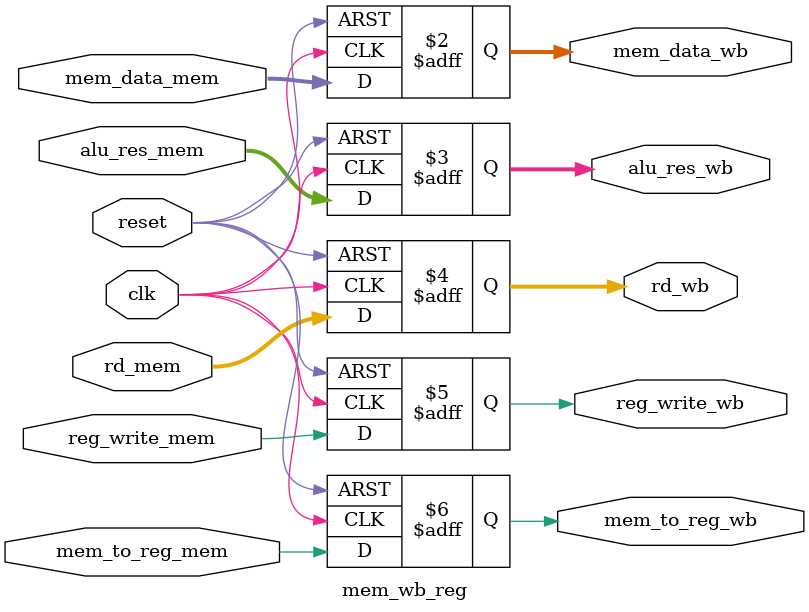
<source format=v>
module mem_wb_reg (
    input  wire        clk,
    input  wire        reset,

    input  wire [31:0] mem_data_mem,
    input  wire [31:0] alu_res_mem,
    input  wire [4:0]  rd_mem,
    input  wire        reg_write_mem,
    input  wire        mem_to_reg_mem,

    output reg  [31:0] mem_data_wb,
    output reg  [31:0] alu_res_wb,
    output reg  [4:0]  rd_wb,
    output reg         reg_write_wb,
    output reg         mem_to_reg_wb
);

    always @(posedge clk or posedge reset) begin
        if (reset) begin
            mem_data_wb   <= 0;
            alu_res_wb    <= 0;
            rd_wb         <= 0;
            reg_write_wb  <= 0;
            mem_to_reg_wb <= 0;
        end else begin
            mem_data_wb   <= mem_data_mem;
            alu_res_wb    <= alu_res_mem;
            rd_wb         <= rd_mem;
            reg_write_wb  <= reg_write_mem;
            mem_to_reg_wb <= mem_to_reg_mem;
        end
    end

endmodule

</source>
